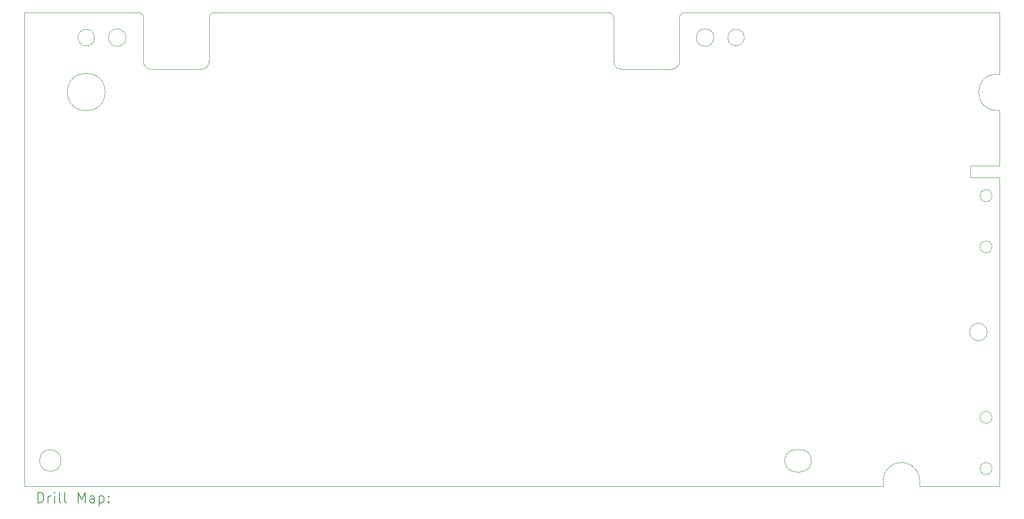
<source format=gbr>
%TF.GenerationSoftware,KiCad,Pcbnew,7.0.8*%
%TF.CreationDate,2025-05-22T18:39:13-07:00*%
%TF.ProjectId,MegaCD,4d656761-4344-42e6-9b69-6361645f7063,rev?*%
%TF.SameCoordinates,Original*%
%TF.FileFunction,Drillmap*%
%TF.FilePolarity,Positive*%
%FSLAX45Y45*%
G04 Gerber Fmt 4.5, Leading zero omitted, Abs format (unit mm)*
G04 Created by KiCad (PCBNEW 7.0.8) date 2025-05-22 18:39:13*
%MOMM*%
%LPD*%
G01*
G04 APERTURE LIST*
%ADD10C,0.100000*%
%ADD11C,0.200000*%
G04 APERTURE END LIST*
D10*
X4572000Y-4572000D02*
X6772000Y-4572000D01*
X23462000Y-4572000D02*
X23462000Y-5772000D01*
X23462000Y-5772000D02*
X23412000Y-5772000D01*
X21210000Y-13772000D02*
X21210000Y-13665000D01*
X7022000Y-5672000D02*
X7997000Y-5672000D01*
X17929680Y-5059757D02*
G75*
G03*
X17929680Y-5059757I-170000J0D01*
G01*
X6535240Y-5059680D02*
G75*
G03*
X6535240Y-5059680I-170000J0D01*
G01*
X23412000Y-6472000D02*
X23462000Y-6472000D01*
X23320323Y-12430988D02*
G75*
G03*
X23320323Y-12430988I-115000J0D01*
G01*
X15987000Y-4672000D02*
X15987000Y-5522000D01*
X8247000Y-4572000D02*
G75*
G03*
X8147000Y-4672000I0J-100000D01*
G01*
X23320323Y-9123452D02*
G75*
G03*
X23320323Y-9123452I-115000J0D01*
G01*
X4572000Y-4572000D02*
X4572000Y-13772000D01*
X23320323Y-8128000D02*
G75*
G03*
X23320323Y-8128000I-115000J0D01*
G01*
X18519120Y-5059680D02*
G75*
G03*
X18519120Y-5059680I-160000J0D01*
G01*
X17262000Y-5522000D02*
X17262000Y-4672000D01*
X23412000Y-5772000D02*
G75*
G03*
X23412000Y-6472000I0J-350000D01*
G01*
X19608800Y-13060680D02*
X19512280Y-13060680D01*
X19606260Y-13487398D02*
G75*
G03*
X19608800Y-13060680I-260J213368D01*
G01*
X17362000Y-4572000D02*
X23462000Y-4572000D01*
X21920200Y-13771880D02*
X23462000Y-13772000D01*
X6872000Y-4672000D02*
G75*
G03*
X6772000Y-4572000I-100000J0D01*
G01*
X15987000Y-5522000D02*
G75*
G03*
X16137000Y-5672000I150000J0D01*
G01*
X22900640Y-7548880D02*
X22900640Y-7772000D01*
X16137000Y-5672000D02*
X17112000Y-5672000D01*
X23462000Y-6472000D02*
X23462000Y-7548880D01*
X5279840Y-13268960D02*
G75*
G03*
X5279840Y-13268960I-210000J0D01*
G01*
X5925800Y-5059680D02*
G75*
G03*
X5925800Y-5059680I-160000J0D01*
G01*
X21920200Y-13665000D02*
G75*
G03*
X21210000Y-13665000I-355100J301D01*
G01*
X23462000Y-7772000D02*
X22900640Y-7772000D01*
X19606260Y-13487400D02*
X19509740Y-13487400D01*
X4572000Y-13772000D02*
X21210000Y-13772000D01*
X23462000Y-7772000D02*
X23462000Y-13772000D01*
X8147000Y-5522000D02*
X8147000Y-4672000D01*
X6872000Y-5522000D02*
G75*
G03*
X7022000Y-5672000I150000J0D01*
G01*
X21920200Y-13771880D02*
X21920200Y-13665000D01*
X17112000Y-5672000D02*
G75*
G03*
X17262000Y-5522000I0J150000D01*
G01*
X22900640Y-7548880D02*
X23462000Y-7548880D01*
X6130800Y-6116320D02*
G75*
G03*
X6130800Y-6116320I-365000J0D01*
G01*
X6872000Y-4672000D02*
X6872000Y-5522000D01*
X17362000Y-4572000D02*
G75*
G03*
X17262000Y-4672000I0J-100000D01*
G01*
X8247000Y-4572000D02*
X15887000Y-4572000D01*
X19512280Y-13060677D02*
G75*
G03*
X19509740Y-13487400I2360J-213383D01*
G01*
X7997000Y-5672000D02*
G75*
G03*
X8147000Y-5522000I0J150000D01*
G01*
X23228120Y-10774680D02*
G75*
G03*
X23228120Y-10774680I-170000J0D01*
G01*
X15987000Y-4672000D02*
G75*
G03*
X15887000Y-4572000I-100000J0D01*
G01*
X23320323Y-13426440D02*
G75*
G03*
X23320323Y-13426440I-115000J0D01*
G01*
D11*
X4827777Y-14088484D02*
X4827777Y-13888484D01*
X4827777Y-13888484D02*
X4875396Y-13888484D01*
X4875396Y-13888484D02*
X4903967Y-13898008D01*
X4903967Y-13898008D02*
X4923015Y-13917055D01*
X4923015Y-13917055D02*
X4932539Y-13936103D01*
X4932539Y-13936103D02*
X4942063Y-13974198D01*
X4942063Y-13974198D02*
X4942063Y-14002769D01*
X4942063Y-14002769D02*
X4932539Y-14040865D01*
X4932539Y-14040865D02*
X4923015Y-14059912D01*
X4923015Y-14059912D02*
X4903967Y-14078960D01*
X4903967Y-14078960D02*
X4875396Y-14088484D01*
X4875396Y-14088484D02*
X4827777Y-14088484D01*
X5027777Y-14088484D02*
X5027777Y-13955150D01*
X5027777Y-13993246D02*
X5037301Y-13974198D01*
X5037301Y-13974198D02*
X5046824Y-13964674D01*
X5046824Y-13964674D02*
X5065872Y-13955150D01*
X5065872Y-13955150D02*
X5084920Y-13955150D01*
X5151586Y-14088484D02*
X5151586Y-13955150D01*
X5151586Y-13888484D02*
X5142063Y-13898008D01*
X5142063Y-13898008D02*
X5151586Y-13907531D01*
X5151586Y-13907531D02*
X5161110Y-13898008D01*
X5161110Y-13898008D02*
X5151586Y-13888484D01*
X5151586Y-13888484D02*
X5151586Y-13907531D01*
X5275396Y-14088484D02*
X5256348Y-14078960D01*
X5256348Y-14078960D02*
X5246824Y-14059912D01*
X5246824Y-14059912D02*
X5246824Y-13888484D01*
X5380158Y-14088484D02*
X5361110Y-14078960D01*
X5361110Y-14078960D02*
X5351586Y-14059912D01*
X5351586Y-14059912D02*
X5351586Y-13888484D01*
X5608729Y-14088484D02*
X5608729Y-13888484D01*
X5608729Y-13888484D02*
X5675396Y-14031341D01*
X5675396Y-14031341D02*
X5742062Y-13888484D01*
X5742062Y-13888484D02*
X5742062Y-14088484D01*
X5923015Y-14088484D02*
X5923015Y-13983722D01*
X5923015Y-13983722D02*
X5913491Y-13964674D01*
X5913491Y-13964674D02*
X5894443Y-13955150D01*
X5894443Y-13955150D02*
X5856348Y-13955150D01*
X5856348Y-13955150D02*
X5837301Y-13964674D01*
X5923015Y-14078960D02*
X5903967Y-14088484D01*
X5903967Y-14088484D02*
X5856348Y-14088484D01*
X5856348Y-14088484D02*
X5837301Y-14078960D01*
X5837301Y-14078960D02*
X5827777Y-14059912D01*
X5827777Y-14059912D02*
X5827777Y-14040865D01*
X5827777Y-14040865D02*
X5837301Y-14021817D01*
X5837301Y-14021817D02*
X5856348Y-14012293D01*
X5856348Y-14012293D02*
X5903967Y-14012293D01*
X5903967Y-14012293D02*
X5923015Y-14002769D01*
X6018253Y-13955150D02*
X6018253Y-14155150D01*
X6018253Y-13964674D02*
X6037301Y-13955150D01*
X6037301Y-13955150D02*
X6075396Y-13955150D01*
X6075396Y-13955150D02*
X6094443Y-13964674D01*
X6094443Y-13964674D02*
X6103967Y-13974198D01*
X6103967Y-13974198D02*
X6113491Y-13993246D01*
X6113491Y-13993246D02*
X6113491Y-14050388D01*
X6113491Y-14050388D02*
X6103967Y-14069436D01*
X6103967Y-14069436D02*
X6094443Y-14078960D01*
X6094443Y-14078960D02*
X6075396Y-14088484D01*
X6075396Y-14088484D02*
X6037301Y-14088484D01*
X6037301Y-14088484D02*
X6018253Y-14078960D01*
X6199205Y-14069436D02*
X6208729Y-14078960D01*
X6208729Y-14078960D02*
X6199205Y-14088484D01*
X6199205Y-14088484D02*
X6189682Y-14078960D01*
X6189682Y-14078960D02*
X6199205Y-14069436D01*
X6199205Y-14069436D02*
X6199205Y-14088484D01*
X6199205Y-13964674D02*
X6208729Y-13974198D01*
X6208729Y-13974198D02*
X6199205Y-13983722D01*
X6199205Y-13983722D02*
X6189682Y-13974198D01*
X6189682Y-13974198D02*
X6199205Y-13964674D01*
X6199205Y-13964674D02*
X6199205Y-13983722D01*
M02*

</source>
